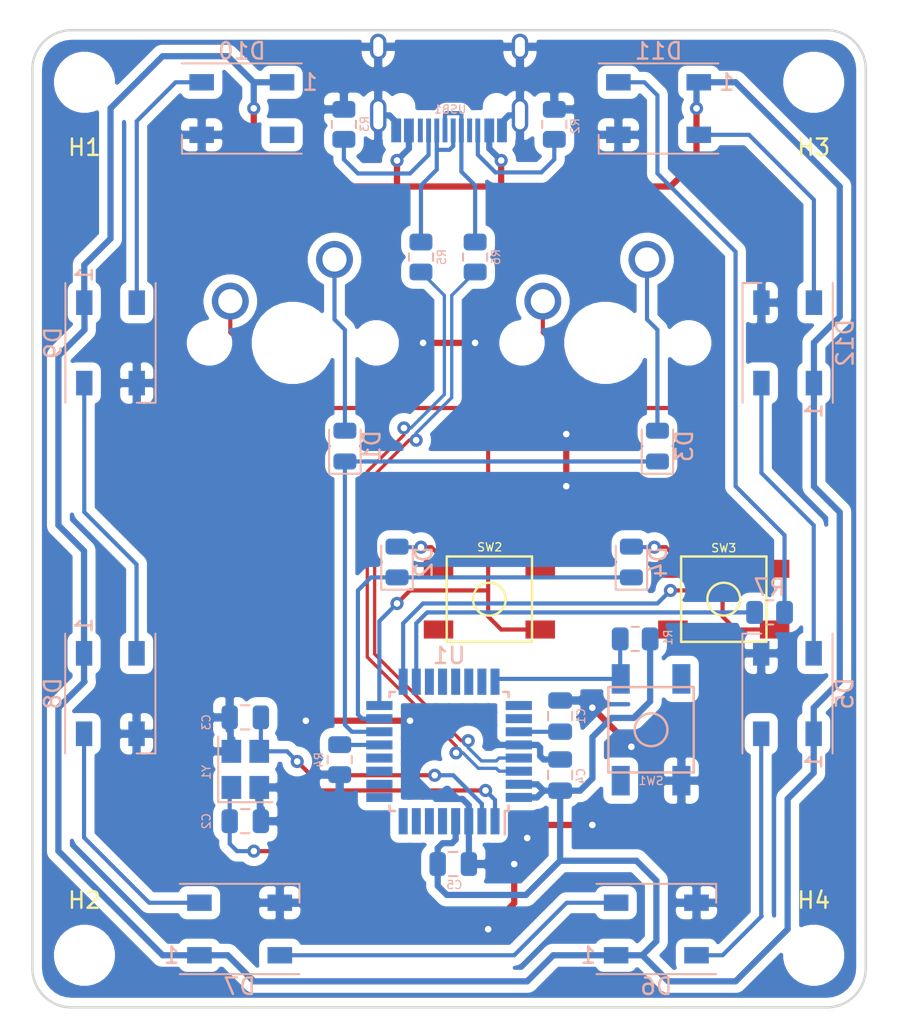
<source format=kicad_pcb>
(kicad_pcb (version 20171130) (host pcbnew "(5.1.10)-1")
  (layers (0 F.Cu signal) (31 B.Cu signal) (34 B.Paste user) (35 F.Paste user) (36 B.SilkS user) (37 F.SilkS user) (38 B.Mask user) (39 F.Mask user) (44 Edge.Cuts user))
  (net 0 "")
  (net 1 UCAP)
  (net 2 GND)
  (net 3 XTAL1)
  (net 4 XTAL2)
  (net 5 +5V)
  (net 6 "Net-(D1-Pad2)")
  (net 7 ROW0)
  (net 8 "Net-(D2-Pad2)")
  (net 9 ROW1)
  (net 10 "Net-(D3-Pad2)")
  (net 11 "Net-(D4-Pad2)")
  (net 12 COL0)
  (net 13 COL1)
  (net 14 RESET)
  (net 15 "Net-(R2-Pad1)")
  (net 16 "Net-(R3-Pad1)")
  (net 17 HWB)
  (net 18 "Net-(R5-Pad2)")
  (net 19 D-)
  (net 20 "Net-(R6-Pad2)")
  (net 21 D+)
  (net 22 "Net-(U1-Pad26)")
  (net 23 "Net-(U1-Pad25)")
  (net 24 "Net-(U1-Pad23)")
  (net 25 "Net-(U1-Pad22)")
  (net 26 "Net-(U1-Pad21)")
  (net 27 "Net-(U1-Pad20)")
  (net 28 "Net-(U1-Pad19)")
  (net 29 "Net-(U1-Pad12)")
  (net 30 "Net-(U1-Pad11)")
  (net 31 "Net-(U1-Pad10)")
  (net 32 "Net-(U1-Pad9)")
  (net 33 "Net-(U1-Pad8)")
  (net 34 "Net-(U1-Pad7)")
  (net 35 "Net-(U1-Pad6)")
  (net 36 "Net-(U1-Pad5)")
  (net 37 "Net-(USB1-Pad3)")
  (net 38 "Net-(USB1-Pad9)")
  (net 39 RGB)
  (net 40 "Net-(D5-Pad2)")
  (net 41 "Net-(D6-Pad2)")
  (net 42 "Net-(D7-Pad2)")
  (net 43 "Net-(D8-Pad2)")
  (net 44 "Net-(D10-Pad4)")
  (net 45 "Net-(D10-Pad2)")
  (net 46 "Net-(D11-Pad2)")
  (net 47 "Net-(D12-Pad2)")
  (net 48 "Net-(D11-Pad4)")
  (module Package_QFP:TQFP-32_7x7mm_P0.8mm (layer B.Cu) (at 90.4875 82.042 90)
    (fp_text reference U1 (at 5.842 0 180) (layer B.SilkS) (effects (justify mirror)))
    (fp_text value ATmega32U2-AU)
    (pad 1 smd rect (at -4.25 2.8 90) (size 1.6 0.55) (layers B.Cu B.Paste B.Mask) (net 3 XTAL1))
    (pad 2 smd rect (at -4.25 2 90) (size 1.6 0.55) (layers B.Cu B.Paste B.Mask) (net 4 XTAL2))
    (pad 3 smd rect (at -4.25 1.2 90) (size 1.6 0.55) (layers B.Cu B.Paste B.Mask) (net 2 GND))
    (pad 4 smd rect (at -4.25 0.4 90) (size 1.6 0.55) (layers B.Cu B.Paste B.Mask) (net 5 +5V))
    (pad 5 smd rect (at -4.25 -0.4 90) (size 1.6 0.55) (layers B.Cu B.Paste B.Mask) (net 36 "Net-(U1-Pad5)"))
    (pad 6 smd rect (at -4.25 -1.2 90) (size 1.6 0.55) (layers B.Cu B.Paste B.Mask) (net 35 "Net-(U1-Pad6)"))
    (pad 7 smd rect (at -4.25 -2 90) (size 1.6 0.55) (layers B.Cu B.Paste B.Mask) (net 34 "Net-(U1-Pad7)"))
    (pad 8 smd rect (at -4.25 -2.8 90) (size 1.6 0.55) (layers B.Cu B.Paste B.Mask) (net 33 "Net-(U1-Pad8)"))
    (pad 9 smd rect (at -2.8 -4.25) (size 1.6 0.55) (layers B.Cu B.Paste B.Mask) (net 32 "Net-(U1-Pad9)"))
    (pad 10 smd rect (at -2 -4.25) (size 1.6 0.55) (layers B.Cu B.Paste B.Mask) (net 31 "Net-(U1-Pad10)"))
    (pad 11 smd rect (at -1.2 -4.25) (size 1.6 0.55) (layers B.Cu B.Paste B.Mask) (net 30 "Net-(U1-Pad11)"))
    (pad 12 smd rect (at -0.4 -4.25) (size 1.6 0.55) (layers B.Cu B.Paste B.Mask) (net 29 "Net-(U1-Pad12)"))
    (pad 13 smd rect (at 0.4 -4.25) (size 1.6 0.55) (layers B.Cu B.Paste B.Mask) (net 17 HWB))
    (pad 14 smd rect (at 1.2 -4.25) (size 1.6 0.55) (layers B.Cu B.Paste B.Mask) (net 7 ROW0))
    (pad 15 smd rect (at 2 -4.25) (size 1.6 0.55) (layers B.Cu B.Paste B.Mask) (net 9 ROW1))
    (pad 16 smd rect (at 2.8 -4.25) (size 1.6 0.55) (layers B.Cu B.Paste B.Mask) (net 12 COL0))
    (pad 17 smd rect (at 4.25 -2.8 90) (size 1.6 0.55) (layers B.Cu B.Paste B.Mask) (net 13 COL1))
    (pad 18 smd rect (at 4.25 -2 90) (size 1.6 0.55) (layers B.Cu B.Paste B.Mask) (net 39 RGB))
    (pad 19 smd rect (at 4.25 -1.2 90) (size 1.6 0.55) (layers B.Cu B.Paste B.Mask) (net 28 "Net-(U1-Pad19)"))
    (pad 20 smd rect (at 4.25 -0.4 90) (size 1.6 0.55) (layers B.Cu B.Paste B.Mask) (net 27 "Net-(U1-Pad20)"))
    (pad 21 smd rect (at 4.25 0.4 90) (size 1.6 0.55) (layers B.Cu B.Paste B.Mask) (net 26 "Net-(U1-Pad21)"))
    (pad 22 smd rect (at 4.25 1.2 90) (size 1.6 0.55) (layers B.Cu B.Paste B.Mask) (net 25 "Net-(U1-Pad22)"))
    (pad 23 smd rect (at 4.25 2 90) (size 1.6 0.55) (layers B.Cu B.Paste B.Mask) (net 24 "Net-(U1-Pad23)"))
    (pad 24 smd rect (at 4.25 2.8 90) (size 1.6 0.55) (layers B.Cu B.Paste B.Mask) (net 14 RESET))
    (pad 25 smd rect (at 2.8 4.25) (size 1.6 0.55) (layers B.Cu B.Paste B.Mask) (net 23 "Net-(U1-Pad25)"))
    (pad 26 smd rect (at 2 4.25) (size 1.6 0.55) (layers B.Cu B.Paste B.Mask) (net 22 "Net-(U1-Pad26)"))
    (pad 27 smd rect (at 1.2 4.25) (size 1.6 0.55) (layers B.Cu B.Paste B.Mask) (net 1 UCAP))
    (pad 28 smd rect (at 0.4 4.25) (size 1.6 0.55) (layers B.Cu B.Paste B.Mask) (net 2 GND))
    (pad 29 smd rect (at -0.4 4.25) (size 1.6 0.55) (layers B.Cu B.Paste B.Mask) (net 21 D+))
    (pad 30 smd rect (at -1.2 4.25) (size 1.6 0.55) (layers B.Cu B.Paste B.Mask) (net 19 D-))
    (pad 31 smd rect (at -2 4.25) (size 1.6 0.55) (layers B.Cu B.Paste B.Mask) (net 5 +5V))
    (pad 32 smd rect (at -2.8 4.25) (size 1.6 0.55) (layers B.Cu B.Paste B.Mask) (net 5 +5V))
  )
  (module MX_Only:MXOnly-1U-NoLED (layer F.Cu) (at 80.9625 57.15)
    (fp_text reference MX1)
    (fp_text value MX-NoLED)
    (pad 2 thru_hole circle (at 2.54 -5.08) (size 2.25 2.25) (drill 1.47) (layers *.Cu B.Mask) (net 6 "Net-(D1-Pad2)"))
    (pad "" np_thru_hole circle (at 0 0) (size 3.9878 3.9878) (drill 3.9878) (layers *.Cu *.Mask))
    (pad 1 thru_hole circle (at -3.81 -2.54) (size 2.25 2.25) (drill 1.47) (layers *.Cu B.Mask) (net 12 COL0))
    (pad "" np_thru_hole circle (at -5.08 0 48.0996) (size 1.75 1.75) (drill 1.75) (layers *.Cu *.Mask))
    (pad "" np_thru_hole circle (at 5.08 0 48.0996) (size 1.75 1.75) (drill 1.75) (layers *.Cu *.Mask))
  )
  (module Crystal:Crystal_SMD_3225-4Pin_3.2x2.5mm (layer B.Cu) (at 78.066 83.13275 90)
    (fp_text reference Y1 (at -0.17925 -2.374 90) (layer B.SilkS) (effects (font (size 0.5 0.5) (thickness 0.08)) (justify mirror)))
    (fp_text value Crystal_GND24_Small)
    (pad 4 smd rect (at -1.1 0.85 90) (size 1.4 1.2) (layers B.Cu B.Paste B.Mask) (net 2 GND))
    (pad 3 smd rect (at 1.1 0.85 90) (size 1.4 1.2) (layers B.Cu B.Paste B.Mask) (net 4 XTAL2))
    (pad 2 smd rect (at 1.1 -0.85 90) (size 1.4 1.2) (layers B.Cu B.Paste B.Mask) (net 2 GND))
    (pad 1 smd rect (at -1.1 -0.85 90) (size 1.4 1.2) (layers B.Cu B.Paste B.Mask) (net 3 XTAL1))
  )
  (module Type-C:HRO-TYPE-C-31-M-12 (layer B.Cu) (at 90.4875 36.5125)
    (fp_text reference USB1 (at 0.0635 6.4135) (layer B.SilkS) (effects (font (size 0.5 0.5) (thickness 0.08)) (justify mirror)))
    (fp_text value HRO-TYPE-C-31-M-12)
    (pad 12 smd rect (at 3.225 7.695) (size 0.6 1.45) (layers B.Cu B.Paste B.Mask) (net 2 GND))
    (pad 1 smd rect (at -3.225 7.695) (size 0.6 1.45) (layers B.Cu B.Paste B.Mask) (net 2 GND))
    (pad 11 smd rect (at 2.45 7.695) (size 0.6 1.45) (layers B.Cu B.Paste B.Mask) (net 5 +5V))
    (pad 2 smd rect (at -2.45 7.695) (size 0.6 1.45) (layers B.Cu B.Paste B.Mask) (net 5 +5V))
    (pad 3 smd rect (at -1.75 7.695) (size 0.3 1.45) (layers B.Cu B.Paste B.Mask) (net 37 "Net-(USB1-Pad3)"))
    (pad 10 smd rect (at 1.75 7.695) (size 0.3 1.45) (layers B.Cu B.Paste B.Mask) (net 15 "Net-(R2-Pad1)"))
    (pad 4 smd rect (at -1.25 7.695) (size 0.3 1.45) (layers B.Cu B.Paste B.Mask) (net 16 "Net-(R3-Pad1)"))
    (pad 9 smd rect (at 1.25 7.695) (size 0.3 1.45) (layers B.Cu B.Paste B.Mask) (net 38 "Net-(USB1-Pad9)"))
    (pad 5 smd rect (at -0.75 7.695) (size 0.3 1.45) (layers B.Cu B.Paste B.Mask) (net 18 "Net-(R5-Pad2)"))
    (pad 8 smd rect (at 0.75 7.695) (size 0.3 1.45) (layers B.Cu B.Paste B.Mask) (net 20 "Net-(R6-Pad2)"))
    (pad 7 smd rect (at 0.25 7.695) (size 0.3 1.45) (layers B.Cu B.Paste B.Mask) (net 18 "Net-(R5-Pad2)"))
    (pad 6 smd rect (at -0.25 7.695) (size 0.3 1.45) (layers B.Cu B.Paste B.Mask) (net 20 "Net-(R6-Pad2)"))
    (pad "" np_thru_hole circle (at 2.89 6.25) (size 0.65 0.65) (drill 0.65) (layers *.Cu *.Mask))
    (pad "" np_thru_hole circle (at -2.89 6.25) (size 0.65 0.65) (drill 0.65) (layers *.Cu *.Mask))
    (pad 13 thru_hole oval (at -4.32 6.78) (size 1 2.1) (drill oval 0.6 1.7) (layers *.Cu F.Mask) (net 2 GND))
    (pad 13 thru_hole oval (at 4.32 6.78) (size 1 2.1) (drill oval 0.6 1.7) (layers *.Cu F.Mask) (net 2 GND))
    (pad 13 thru_hole oval (at -4.32 2.6) (size 1 1.6) (drill oval 0.6 1.2) (layers *.Cu F.Mask) (net 2 GND))
    (pad 13 thru_hole oval (at 4.32 2.6) (size 1 1.6) (drill oval 0.6 1.2) (layers *.Cu F.Mask) (net 2 GND))
  )
  (module Capacitor_SMD:C_0805_2012Metric (layer B.Cu) (at 97.2566 83.4796 90)
    (fp_text reference C4 (at -0.066 1.27 90) (layer B.SilkS) (effects (font (size 0.5 0.5) (thickness 0.08)) (justify mirror)))
    (fp_text value 10u)
    (pad 2 smd roundrect (at 0.95 0 90) (size 1 1.45) (layers B.Cu B.Paste B.Mask) (net 2 GND))
    (pad 1 smd roundrect (at -0.95 0 90) (size 1 1.45) (layers B.Cu B.Paste B.Mask) (net 5 +5V))
  )
  (module random-keyboard-parts:SKQG-1155865 (layer B.Cu) (at 102.798 80.72 90)
    (fp_text reference SW1 (at -3.1115 0 180) (layer B.SilkS) (effects (font (size 0.5 0.5) (thickness 0.08)) (justify mirror)))
    (fp_text value SW_Push)
    (pad 4 smd rect (at -3.1 -1.85 90) (size 1.8 1.1) (layers B.Cu B.Paste B.Mask))
    (pad 3 smd rect (at 3.1 1.85 90) (size 1.8 1.1) (layers B.Cu B.Paste B.Mask))
    (pad 2 smd rect (at -3.1 1.85 90) (size 1.8 1.1) (layers B.Cu B.Paste B.Mask) (net 2 GND))
    (pad 1 smd rect (at 3.1 -1.85 90) (size 1.8 1.1) (layers B.Cu B.Paste B.Mask) (net 14 RESET))
  )
  (module MX_Only:MXOnly-1U-NoLED (layer F.Cu) (at 100.0125 57.15)
    (fp_text reference MX2)
    (fp_text value MX-NoLED)
    (pad 2 thru_hole circle (at 2.54 -5.08) (size 2.25 2.25) (drill 1.47) (layers *.Cu B.Mask) (net 10 "Net-(D3-Pad2)"))
    (pad "" np_thru_hole circle (at 0 0) (size 3.9878 3.9878) (drill 3.9878) (layers *.Cu *.Mask))
    (pad 1 thru_hole circle (at -3.81 -2.54) (size 2.25 2.25) (drill 1.47) (layers *.Cu B.Mask) (net 13 COL1))
    (pad "" np_thru_hole circle (at -5.08 0 48.0996) (size 1.75 1.75) (drill 1.75) (layers *.Cu *.Mask))
    (pad "" np_thru_hole circle (at 5.08 0 48.0996) (size 1.75 1.75) (drill 1.75) (layers *.Cu *.Mask))
  )
  (module MountingHole:MountingHole_2.7mm_M2.5_DIN965 (layer F.Cu) (at 112.7125 94.45625)
    (fp_text reference H4 (at 0 -3.35) (layer F.SilkS))
    (fp_text value MountingHole)
    (pad 1 np_thru_hole circle (at 0 0) (size 2.7 2.7) (drill 2.7) (layers *.Cu *.Mask))
  )
  (module MountingHole:MountingHole_2.7mm_M2.5_DIN965 (layer F.Cu) (at 112.7125 41.275)
    (fp_text reference H3 (at 0 3.96875) (layer F.SilkS))
    (fp_text value MountingHole)
    (pad 1 np_thru_hole circle (at 0 0) (size 2.7 2.7) (drill 2.7) (layers *.Cu *.Mask))
  )
  (module MountingHole:MountingHole_2.7mm_M2.5_DIN965 (layer F.Cu) (at 68.2625 94.45625)
    (fp_text reference H2 (at 0 -3.35) (layer F.SilkS))
    (fp_text value MountingHole)
    (pad 1 np_thru_hole circle (at 0 0) (size 2.7 2.7) (drill 2.7) (layers *.Cu *.Mask))
  )
  (module MountingHole:MountingHole_2.7mm_M2.5_DIN965 (layer F.Cu) (at 68.2625 41.275)
    (fp_text reference H1 (at 0 3.96875) (layer F.SilkS))
    (fp_text value MountingHole)
    (pad 1 np_thru_hole circle (at 0 0) (size 2.7 2.7) (drill 2.7) (layers *.Cu *.Mask))
  )
  (module Diode_SMD:D_0805_2012Metric (layer B.Cu) (at 101.6 70.5 90)
    (fp_text reference D4 (at 0 1.65 90) (layer B.SilkS) (effects (justify mirror)))
    (fp_text value D_Small)
    (pad 2 smd roundrect (at 0.9375 0 90) (size 0.975 1.4) (layers B.Cu B.Paste B.Mask) (net 11 "Net-(D4-Pad2)"))
    (pad 1 smd roundrect (at -0.9375 0 90) (size 0.975 1.4) (layers B.Cu B.Paste B.Mask) (net 9 ROW1))
  )
  (module Diode_SMD:D_0805_2012Metric (layer B.Cu) (at 103.1875 63.4375 90)
    (fp_text reference D3 (at 0 1.65 90) (layer B.SilkS) (effects (justify mirror)))
    (fp_text value D_Small)
    (pad 2 smd roundrect (at 0.9375 0 90) (size 0.975 1.4) (layers B.Cu B.Paste B.Mask) (net 10 "Net-(D3-Pad2)"))
    (pad 1 smd roundrect (at -0.9375 0 90) (size 0.975 1.4) (layers B.Cu B.Paste B.Mask) (net 7 ROW0))
  )
  (module Diode_SMD:D_0805_2012Metric (layer B.Cu) (at 87.3125 70.5 90)
    (fp_text reference D2 (at 0 1.65 90) (layer B.SilkS) (effects (justify mirror)))
    (fp_text value D_Small)
    (pad 2 smd roundrect (at 0.9375 0 90) (size 0.975 1.4) (layers B.Cu B.Paste B.Mask) (net 8 "Net-(D2-Pad2)"))
    (pad 1 smd roundrect (at -0.9375 0 90) (size 0.975 1.4) (layers B.Cu B.Paste B.Mask) (net 9 ROW1))
  )
  (module Diode_SMD:D_0805_2012Metric (layer B.Cu) (at 84.1375 63.4375 90)
    (fp_text reference D1 (at 0 1.65 90) (layer B.SilkS) (effects (justify mirror)))
    (fp_text value D_Small)
    (pad 2 smd roundrect (at 0.9375 0 90) (size 0.975 1.4) (layers B.Cu B.Paste B.Mask) (net 6 "Net-(D1-Pad2)"))
    (pad 1 smd roundrect (at -0.9375 0 90) (size 0.975 1.4) (layers B.Cu B.Paste B.Mask) (net 7 ROW0))
  )
  (module Resistor_SMD:R_0805_2012Metric (layer B.Cu) (at 110.022 73.5711)
    (fp_text reference R7 (at 0 -1.524 180) (layer B.SilkS) (effects (justify mirror)))
    (fp_text value 0k5)
    (pad 1 smd roundrect (at -0.9125 0) (size 1.025 1.4) (layers B.Cu B.Paste B.Mask) (roundrect_rratio 0.2439004878048781) (net 39 RGB))
    (pad 2 smd roundrect (at 0.9125 0) (size 1.025 1.4) (layers B.Cu B.Paste B.Mask) (roundrect_rratio 0.2439004878048781) (net 48 "Net-(D11-Pad4)"))
  )
  (module LED_SMD:LED_WS2812B_PLCC4_5.0x5.0mm_P3.2mm (layer B.Cu) (at 111.125 57.15 90)
    (fp_text reference D12 (at 0 3.5 270) (layer B.SilkS) (effects (justify mirror)))
    (fp_text value WS2812B)
    (fp_text user 1 (at -4.15 1.6 270) (layer B.SilkS) (effects (justify mirror)))
    (pad 1 smd rect (at -2.45 1.6 90) (size 1.5 1) (layers B.Cu B.Paste B.Mask) (net 5 +5V))
    (pad 2 smd rect (at -2.45 -1.6 90) (size 1.5 1) (layers B.Cu B.Paste B.Mask) (net 47 "Net-(D12-Pad2)"))
    (pad 4 smd rect (at 2.45 1.6 90) (size 1.5 1) (layers B.Cu B.Paste B.Mask) (net 46 "Net-(D11-Pad2)"))
    (pad 3 smd rect (at 2.45 -1.6 90) (size 1.5 1) (layers B.Cu B.Paste B.Mask) (net 2 GND))
  )
  (module LED_SMD:LED_WS2812B_PLCC4_5.0x5.0mm_P3.2mm (layer B.Cu) (at 103.25625 42.875 180)
    (fp_text reference D11 (at 0 3.5) (layer B.SilkS) (effects (justify mirror)))
    (fp_text value WS2812B)
    (fp_text user 1 (at -4.15 1.6) (layer B.SilkS) (effects (justify mirror)))
    (pad 1 smd rect (at -2.45 1.6 180) (size 1.5 1) (layers B.Cu B.Paste B.Mask) (net 5 +5V))
    (pad 2 smd rect (at -2.45 -1.6 180) (size 1.5 1) (layers B.Cu B.Paste B.Mask) (net 46 "Net-(D11-Pad2)"))
    (pad 4 smd rect (at 2.45 1.6 180) (size 1.5 1) (layers B.Cu B.Paste B.Mask) (net 48 "Net-(D11-Pad4)"))
    (pad 3 smd rect (at 2.45 -1.6 180) (size 1.5 1) (layers B.Cu B.Paste B.Mask) (net 2 GND))
  )
  (module LED_SMD:LED_WS2812B_PLCC4_5.0x5.0mm_P3.2mm (layer B.Cu) (at 77.85625 42.875 180)
    (fp_text reference D10 (at 0 3.5) (layer B.SilkS) (effects (justify mirror)))
    (fp_text value WS2812B)
    (fp_text user 1 (at -4.15 1.6) (layer B.SilkS) (effects (justify mirror)))
    (pad 1 smd rect (at -2.45 1.6 180) (size 1.5 1) (layers B.Cu B.Paste B.Mask) (net 5 +5V))
    (pad 2 smd rect (at -2.45 -1.6 180) (size 1.5 1) (layers B.Cu B.Paste B.Mask) (net 45 "Net-(D10-Pad2)"))
    (pad 4 smd rect (at 2.45 1.6 180) (size 1.5 1) (layers B.Cu B.Paste B.Mask) (net 44 "Net-(D10-Pad4)"))
    (pad 3 smd rect (at 2.45 -1.6 180) (size 1.5 1) (layers B.Cu B.Paste B.Mask) (net 2 GND))
  )
  (module LED_SMD:LED_WS2812B_PLCC4_5.0x5.0mm_P3.2mm (layer B.Cu) (at 69.85 57.15 270)
    (fp_text reference D9 (at 0 3.5 270) (layer B.SilkS) (effects (justify mirror)))
    (fp_text value WS2812B)
    (fp_text user 1 (at -4.15 1.6 270) (layer B.SilkS) (effects (justify mirror)))
    (pad 1 smd rect (at -2.45 1.6 270) (size 1.5 1) (layers B.Cu B.Paste B.Mask) (net 5 +5V))
    (pad 2 smd rect (at -2.45 -1.6 270) (size 1.5 1) (layers B.Cu B.Paste B.Mask) (net 44 "Net-(D10-Pad4)"))
    (pad 4 smd rect (at 2.45 1.6 270) (size 1.5 1) (layers B.Cu B.Paste B.Mask) (net 43 "Net-(D8-Pad2)"))
    (pad 3 smd rect (at 2.45 -1.6 270) (size 1.5 1) (layers B.Cu B.Paste B.Mask) (net 2 GND))
  )
  (module LED_SMD:LED_WS2812B_PLCC4_5.0x5.0mm_P3.2mm (layer B.Cu) (at 69.8375 78.5125 270)
    (fp_text reference D8 (at 0 3.5 270) (layer B.SilkS) (effects (justify mirror)))
    (fp_text value WS2812B)
    (fp_text user 1 (at -4.15 1.6 270) (layer B.SilkS) (effects (justify mirror)))
    (pad 1 smd rect (at -2.45 1.6 270) (size 1.5 1) (layers B.Cu B.Paste B.Mask) (net 5 +5V))
    (pad 2 smd rect (at -2.45 -1.6 270) (size 1.5 1) (layers B.Cu B.Paste B.Mask) (net 43 "Net-(D8-Pad2)"))
    (pad 4 smd rect (at 2.45 1.6 270) (size 1.5 1) (layers B.Cu B.Paste B.Mask) (net 42 "Net-(D7-Pad2)"))
    (pad 3 smd rect (at 2.45 -1.6 270) (size 1.5 1) (layers B.Cu B.Paste B.Mask) (net 2 GND))
  )
  (module LED_SMD:LED_WS2812B_PLCC4_5.0x5.0mm_P3.2mm (layer B.Cu) (at 77.71875 92.85625)
    (fp_text reference D7 (at 0 3.5) (layer B.SilkS) (effects (justify mirror)))
    (fp_text value WS2812B)
    (fp_text user 1 (at -4.15 1.6) (layer B.SilkS) (effects (justify mirror)))
    (pad 1 smd rect (at -2.45 1.6) (size 1.5 1) (layers B.Cu B.Paste B.Mask) (net 5 +5V))
    (pad 2 smd rect (at -2.45 -1.6) (size 1.5 1) (layers B.Cu B.Paste B.Mask) (net 42 "Net-(D7-Pad2)"))
    (pad 4 smd rect (at 2.45 1.6) (size 1.5 1) (layers B.Cu B.Paste B.Mask) (net 41 "Net-(D6-Pad2)"))
    (pad 3 smd rect (at 2.45 -1.6) (size 1.5 1) (layers B.Cu B.Paste B.Mask) (net 2 GND))
  )
  (module LED_SMD:LED_WS2812B_PLCC4_5.0x5.0mm_P3.2mm (layer B.Cu) (at 103.11875 92.85625)
    (fp_text reference D6 (at 0 3.5) (layer B.SilkS) (effects (justify mirror)))
    (fp_text value WS2812B)
    (fp_text user 1 (at -4.15 1.6) (layer B.SilkS) (effects (justify mirror)))
    (pad 1 smd rect (at -2.45 1.6) (size 1.5 1) (layers B.Cu B.Paste B.Mask) (net 5 +5V))
    (pad 2 smd rect (at -2.45 -1.6) (size 1.5 1) (layers B.Cu B.Paste B.Mask) (net 41 "Net-(D6-Pad2)"))
    (pad 4 smd rect (at 2.45 1.6) (size 1.5 1) (layers B.Cu B.Paste B.Mask) (net 40 "Net-(D5-Pad2)"))
    (pad 3 smd rect (at 2.45 -1.6) (size 1.5 1) (layers B.Cu B.Paste B.Mask) (net 2 GND))
  )
  (module LED_SMD:LED_WS2812B_PLCC4_5.0x5.0mm_P3.2mm (layer B.Cu) (at 111.1125 78.5125 90)
    (fp_text reference D5 (at 0 3.5 270) (layer B.SilkS) (effects (justify mirror)))
    (fp_text value WS2812B)
    (fp_text user 1 (at -4.15 1.6 270) (layer B.SilkS) (effects (justify mirror)))
    (pad 1 smd rect (at -2.45 1.6 90) (size 1.5 1) (layers B.Cu B.Paste B.Mask) (net 5 +5V))
    (pad 2 smd rect (at -2.45 -1.6 90) (size 1.5 1) (layers B.Cu B.Paste B.Mask) (net 40 "Net-(D5-Pad2)"))
    (pad 4 smd rect (at 2.45 1.6 90) (size 1.5 1) (layers B.Cu B.Paste B.Mask) (net 47 "Net-(D12-Pad2)"))
    (pad 3 smd rect (at 2.45 -1.6 90) (size 1.5 1) (layers B.Cu B.Paste B.Mask) (net 2 GND))
  )
  (module Resistor_SMD:R_0805_2012Metric (layer B.Cu) (at 92.075 51.9195 90)
    (fp_text reference R6 (at 0 1.27 270) (layer B.SilkS) (effects (font (size 0.5 0.5) (thickness 0.08)) (justify mirror)))
    (fp_text value 22R)
    (pad 2 smd roundrect (at 0.9125 0 90) (size 1.025 1.4) (layers B.Cu B.Paste B.Mask) (roundrect_rratio 0.2439004878048781) (net 20 "Net-(R6-Pad2)"))
    (pad 1 smd roundrect (at -0.9125 0 90) (size 1.025 1.4) (layers B.Cu B.Paste B.Mask) (roundrect_rratio 0.2439004878048781) (net 21 D+))
  )
  (module Resistor_SMD:R_0805_2012Metric (layer B.Cu) (at 88.773 51.9195 90)
    (fp_text reference R5 (at 0 1.27 270) (layer B.SilkS) (effects (font (size 0.5 0.5) (thickness 0.08)) (justify mirror)))
    (fp_text value 22R)
    (pad 2 smd roundrect (at 0.9125 0 90) (size 1.025 1.4) (layers B.Cu B.Paste B.Mask) (roundrect_rratio 0.2439004878048781) (net 18 "Net-(R5-Pad2)"))
    (pad 1 smd roundrect (at -0.9125 0 90) (size 1.025 1.4) (layers B.Cu B.Paste B.Mask) (roundrect_rratio 0.2439004878048781) (net 19 D-))
  )
  (module Resistor_SMD:R_0805_2012Metric (layer B.Cu) (at 83.82 82.5392 270)
    (fp_text reference R4 (at 0.0235 1.27 90) (layer B.SilkS) (effects (font (size 0.5 0.5) (thickness 0.08)) (justify mirror)))
    (fp_text value 10k)
    (pad 2 smd roundrect (at 0.9125 0 270) (size 1.025 1.4) (layers B.Cu B.Paste B.Mask) (roundrect_rratio 0.2439004878048781) (net 2 GND))
    (pad 1 smd roundrect (at -0.9125 0 270) (size 1.025 1.4) (layers B.Cu B.Paste B.Mask) (roundrect_rratio 0.2439004878048781) (net 17 HWB))
  )
  (module Resistor_SMD:R_0805_2012Metric (layer B.Cu) (at 84.074 43.8385 90)
    (fp_text reference R3 (at 0.0235 1.27 90) (layer B.SilkS) (effects (font (size 0.5 0.5) (thickness 0.08)) (justify mirror)))
    (fp_text value 5k1)
    (pad 2 smd roundrect (at 0.9125 0 90) (size 1.025 1.4) (layers B.Cu B.Paste B.Mask) (roundrect_rratio 0.2439004878048781) (net 2 GND))
    (pad 1 smd roundrect (at -0.9125 0 90) (size 1.025 1.4) (layers B.Cu B.Paste B.Mask) (roundrect_rratio 0.2439004878048781) (net 16 "Net-(R3-Pad1)"))
  )
  (module Resistor_SMD:R_0805_2012Metric (layer B.Cu) (at 96.901 43.8385 90)
    (fp_text reference R2 (at -0.1035 1.27 270) (layer B.SilkS) (effects (font (size 0.5 0.5) (thickness 0.08)) (justify mirror)))
    (fp_text value 5k1)
    (pad 2 smd roundrect (at 0.9125 0 90) (size 1.025 1.4) (layers B.Cu B.Paste B.Mask) (roundrect_rratio 0.2439004878048781) (net 2 GND))
    (pad 1 smd roundrect (at -0.9125 0 90) (size 1.025 1.4) (layers B.Cu B.Paste B.Mask) (roundrect_rratio 0.2439004878048781) (net 15 "Net-(R2-Pad1)"))
  )
  (module Resistor_SMD:R_0805_2012Metric (layer B.Cu) (at 101.8305 75.184)
    (fp_text reference R1 (at 2.00978 -0.08128 -270) (layer B.SilkS) (effects (font (size 0.5 0.5) (thickness 0.08)) (justify mirror)))
    (fp_text value 10k)
    (pad 2 smd roundrect (at 0.9125 0) (size 1.025 1.4) (layers B.Cu B.Paste B.Mask) (roundrect_rratio 0.2439004878048781) (net 5 +5V))
    (pad 1 smd roundrect (at -0.9125 0) (size 1.025 1.4) (layers B.Cu B.Paste B.Mask) (roundrect_rratio 0.2439004878048781) (net 14 RESET))
  )
  (module random-keyboard-parts:SKQG-1155865 (layer F.Cu) (at 107.23125 72.7625 180)
    (fp_text reference SW3 (at 0 3.1115) (layer F.SilkS) (effects (font (size 0.5 0.5) (thickness 0.08))))
    (fp_text value SW_Push)
    (pad 4 smd rect (at -3.1 1.85 180) (size 1.8 1.1) (layers F.Cu F.Paste F.Mask))
    (pad 3 smd rect (at 3.1 -1.85 180) (size 1.8 1.1) (layers F.Cu F.Paste F.Mask))
    (pad 2 smd rect (at -3.1 -1.85 180) (size 1.8 1.1) (layers F.Cu F.Paste F.Mask) (net 13 COL1))
    (pad 1 smd rect (at 3.1 1.85 180) (size 1.8 1.1) (layers F.Cu F.Paste F.Mask) (net 11 "Net-(D4-Pad2)"))
  )
  (module random-keyboard-parts:SKQG-1155865 (layer F.Cu) (at 92.94375 72.7625 180)
    (fp_text reference SW2 (at -0.02025 3.1665) (layer F.SilkS) (effects (font (size 0.5 0.5) (thickness 0.08))))
    (fp_text value SW_Push)
    (pad 4 smd rect (at -3.1 1.85 180) (size 1.8 1.1) (layers F.Cu F.Paste F.Mask))
    (pad 3 smd rect (at 3.1 -1.85 180) (size 1.8 1.1) (layers F.Cu F.Paste F.Mask))
    (pad 2 smd rect (at -3.1 -1.85 180) (size 1.8 1.1) (layers F.Cu F.Paste F.Mask) (net 12 COL0))
    (pad 1 smd rect (at 3.1 1.85 180) (size 1.8 1.1) (layers F.Cu F.Paste F.Mask) (net 8 "Net-(D2-Pad2)"))
  )
  (module Capacitor_SMD:C_0805_2012Metric (layer B.Cu) (at 90.744 88.9)
    (fp_text reference C5 (at 0.066 1.27) (layer B.SilkS) (effects (font (size 0.5 0.5) (thickness 0.08)) (justify mirror)))
    (fp_text value 0.1u)
    (pad 2 smd roundrect (at 0.95 0) (size 1 1.45) (layers B.Cu B.Paste B.Mask) (net 2 GND))
    (pad 1 smd roundrect (at -0.95 0) (size 1 1.45) (layers B.Cu B.Paste B.Mask) (net 5 +5V))
  )
  (module Capacitor_SMD:C_0805_2012Metric (layer B.Cu) (at 78.0644 79.96555 180)
    (fp_text reference C3 (at 2.3724 -0.29845 90) (layer B.SilkS) (effects (font (size 0.5 0.5) (thickness 0.08)) (justify mirror)))
    (fp_text value 22p)
    (pad 2 smd roundrect (at 0.95 0 180) (size 1 1.45) (layers B.Cu B.Paste B.Mask) (net 2 GND))
    (pad 1 smd roundrect (at -0.95 0 180) (size 1 1.45) (layers B.Cu B.Paste B.Mask) (net 4 XTAL2))
  )
  (module Capacitor_SMD:C_0805_2012Metric (layer B.Cu) (at 78.0644 86.29015)
    (fp_text reference C2 (at -2.3724 0 270) (layer B.SilkS) (effects (font (size 0.5 0.5) (thickness 0.08)) (justify mirror)))
    (fp_text value 22p)
    (pad 2 smd roundrect (at 0.95 0) (size 1 1.45) (layers B.Cu B.Paste B.Mask) (net 2 GND))
    (pad 1 smd roundrect (at -0.95 0) (size 1 1.45) (layers B.Cu B.Paste B.Mask) (net 3 XTAL1))
  )
  (module Capacitor_SMD:C_0805_2012Metric (layer B.Cu) (at 97.2566 79.8855 270)
    (fp_text reference C1 (at 0.0025 -1.27 270) (layer B.SilkS) (effects (font (size 0.5 0.5) (thickness 0.08)) (justify mirror)))
    (fp_text value 1u)
    (pad 2 smd roundrect (at 0.95 0 270) (size 1 1.45) (layers B.Cu B.Paste B.Mask) (net 1 UCAP))
    (pad 1 smd roundrect (at -0.95 0 270) (size 1 1.45) (layers B.Cu B.Paste B.Mask) (net 2 GND))
  )
  (gr_line (start 115.8875 95.25) (end 115.8875 40.48125) (layer Edge.Cuts) (width 0.15))
  (gr_line (start 65.0875 40.48125) (end 65.0875 95.25) (layer Edge.Cuts) (width 0.15))
  (gr_line (start 113.50625 97.63125) (end 67.46875 97.63125) (layer Edge.Cuts) (width 0.15))
  (gr_arc (start 113.50625 95.25) (end 113.50625 97.63125) (angle -90) (layer Edge.Cuts) (width 0.15))
  (gr_arc (start 67.46875 95.25) (end 65.0875 95.25) (angle -90) (layer Edge.Cuts) (width 0.15))
  (gr_line (start 113.50625 38.1) (end 67.46875 38.1) (layer Edge.Cuts) (width 0.15))
  (gr_arc (start 67.46875 40.48125) (end 67.46875 38.1) (angle -90) (layer Edge.Cuts) (width 0.15))
  (gr_arc (start 113.50625 40.48125) (end 115.8875 40.48125) (angle -90) (layer Edge.Cuts) (width 0.15))
  (segment (start 97.2501 80.842) (end 97.2566 80.8355) (width 0.254) (layer B.Cu) (net 1))
  (segment (start 94.7375 80.842) (end 97.2501 80.842) (width 0.254) (layer B.Cu) (net 1))
  (segment (start 97.2566 82.5296) (end 96.2456 82.5296) (width 0.381) (layer B.Cu) (net 2))
  (segment (start 96.2456 82.5296) (end 96.0374 82.3214) (width 0.381) (layer B.Cu) (net 2))
  (segment (start 96.0374 82.3214) (end 96.0374 81.8007) (width 0.381) (layer B.Cu) (net 2))
  (segment (start 95.8787 81.642) (end 94.7375 81.642) (width 0.381) (layer B.Cu) (net 2))
  (segment (start 96.0374 81.8007) (end 95.8787 81.642) (width 0.381) (layer B.Cu) (net 2))
  (segment (start 91.694 86.2985) (end 91.6875 86.292) (width 0.381) (layer B.Cu) (net 2))
  (segment (start 91.694 88.9) (end 91.694 86.2985) (width 0.381) (layer B.Cu) (net 2))
  (via (at 99.21875 79.375) (size 0.8) (drill 0.4) (layers F.Cu B.Cu) (net 2))
  (segment (start 98.77925 78.9355) (end 99.21875 79.375) (width 0.381) (layer B.Cu) (net 2))
  (segment (start 97.2566 78.9355) (end 98.77925 78.9355) (width 0.381) (layer B.Cu) (net 2))
  (via (at 95.25 87.3125) (size 0.8) (drill 0.4) (layers F.Cu B.Cu) (net 2))
  (via (at 99.21875 86.51875) (size 0.8) (drill 0.4) (layers F.Cu B.Cu) (net 2))
  (segment (start 96.04375 86.51875) (end 99.21875 86.51875) (width 0.381) (layer F.Cu) (net 2))
  (segment (start 95.25 87.3125) (end 96.04375 86.51875) (width 0.381) (layer F.Cu) (net 2))
  (segment (start 88.10625 80.16875) (end 81.75625 80.16875) (width 0.381) (layer F.Cu) (net 2))
  (via (at 88.10625 80.16875) (size 0.8) (drill 0.4) (layers F.Cu B.Cu) (net 2))
  (via (at 81.75625 80.16875) (size 0.8) (drill 0.4) (layers F.Cu B.Cu) (net 2))
  (segment (start 91.6875 85.314098) (end 91.304652 84.93125) (width 0.381) (layer B.Cu) (net 2))
  (segment (start 91.6875 86.292) (end 91.6875 85.314098) (width 0.381) (layer B.Cu) (net 2))
  (segment (start 91.304652 84.93125) (end 89.69375 84.93125) (width 0.381) (layer B.Cu) (net 2))
  (segment (start 88.10625 83.34375) (end 88.10625 80.16875) (width 0.381) (layer B.Cu) (net 2))
  (segment (start 89.69375 84.93125) (end 88.10625 83.34375) (width 0.381) (layer B.Cu) (net 2))
  (segment (start 93.5565 81.642) (end 92.86875 80.95425) (width 0.381) (layer B.Cu) (net 2))
  (segment (start 94.7375 81.642) (end 93.5565 81.642) (width 0.381) (layer B.Cu) (net 2))
  (segment (start 92.86875 80.95425) (end 92.8605 80.95425) (width 0.381) (layer B.Cu) (net 2))
  (segment (start 92.075 80.16875) (end 88.10625 80.16875) (width 0.381) (layer B.Cu) (net 2))
  (segment (start 92.8605 80.95425) (end 92.075 80.16875) (width 0.381) (layer B.Cu) (net 2))
  (via (at 101.6 81.75625) (size 0.8) (drill 0.4) (layers F.Cu B.Cu) (net 2))
  (segment (start 99.21875 79.375) (end 101.6 81.75625) (width 0.381) (layer F.Cu) (net 2))
  (segment (start 86.1675 43.2925) (end 86.1675 43.305) (width 0.381) (layer F.Cu) (net 2))
  (segment (start 86.1675 43.2925) (end 86.8535 43.2925) (width 0.381) (layer B.Cu) (net 2))
  (segment (start 87.2625 43.7015) (end 87.2625 44.2075) (width 0.381) (layer B.Cu) (net 2))
  (segment (start 86.8535 43.2925) (end 87.2625 43.7015) (width 0.381) (layer B.Cu) (net 2))
  (segment (start 94.8075 43.2925) (end 94.1215 43.2925) (width 0.381) (layer B.Cu) (net 2))
  (segment (start 93.7125 43.7015) (end 93.7125 44.2075) (width 0.381) (layer B.Cu) (net 2))
  (segment (start 94.1215 43.2925) (end 93.7125 43.7015) (width 0.381) (layer B.Cu) (net 2))
  (via (at 92.86875 92.86875) (size 0.8) (drill 0.4) (layers F.Cu B.Cu) (net 2))
  (via (at 94.45625 88.9) (size 0.8) (drill 0.4) (layers F.Cu B.Cu) (net 2))
  (segment (start 92.86875 92.86875) (end 94.45625 91.28125) (width 0.381) (layer F.Cu) (net 2))
  (segment (start 94.45625 91.28125) (end 94.45625 88.9) (width 0.381) (layer F.Cu) (net 2))
  (via (at 97.63125 62.70625) (size 0.8) (drill 0.4) (layers F.Cu B.Cu) (net 2))
  (via (at 97.63125 65.88125) (size 0.8) (drill 0.4) (layers F.Cu B.Cu) (net 2))
  (segment (start 97.63125 62.70625) (end 97.63125 65.88125) (width 0.381) (layer F.Cu) (net 2))
  (via (at 92.075 57.15) (size 0.8) (drill 0.4) (layers F.Cu B.Cu) (net 2))
  (via (at 88.9 57.15) (size 0.8) (drill 0.4) (layers F.Cu B.Cu) (net 2))
  (segment (start 92.075 57.15) (end 88.9 57.15) (width 0.381) (layer F.Cu) (net 2))
  (segment (start 77.1144 84.33435) (end 77.216 84.23275) (width 0.254) (layer B.Cu) (net 3))
  (segment (start 77.1144 86.29015) (end 77.1144 84.33435) (width 0.254) (layer B.Cu) (net 3))
  (via (at 92.71 84.4169) (size 0.8) (drill 0.4) (layers F.Cu B.Cu) (net 3))
  (segment (start 93.2875 84.9944) (end 92.71 84.4169) (width 0.254) (layer B.Cu) (net 3))
  (segment (start 93.2875 86.292) (end 93.2875 84.9944) (width 0.254) (layer B.Cu) (net 3))
  (segment (start 92.71 84.4169) (end 81.8769 84.4169) (width 0.254) (layer F.Cu) (net 3))
  (segment (start 81.8769 84.4169) (end 80.772 85.5218) (width 0.254) (layer F.Cu) (net 3))
  (segment (start 80.772 85.5218) (end 80.772 87.2871) (width 0.254) (layer F.Cu) (net 3))
  (via (at 78.5876 88.1126) (size 0.8) (drill 0.4) (layers F.Cu B.Cu) (net 3))
  (segment (start 79.9465 88.1126) (end 78.5876 88.1126) (width 0.254) (layer F.Cu) (net 3))
  (segment (start 80.772 87.2871) (end 79.9465 88.1126) (width 0.254) (layer F.Cu) (net 3))
  (segment (start 78.5876 88.1126) (end 77.5589 88.1126) (width 0.254) (layer B.Cu) (net 3))
  (segment (start 77.1144 87.6681) (end 77.1144 86.29015) (width 0.254) (layer B.Cu) (net 3))
  (segment (start 77.5589 88.1126) (end 77.1144 87.6681) (width 0.254) (layer B.Cu) (net 3))
  (segment (start 79.0144 81.93435) (end 78.916 82.03275) (width 0.254) (layer B.Cu) (net 4))
  (segment (start 79.0144 79.96555) (end 79.0144 81.93435) (width 0.254) (layer B.Cu) (net 4))
  (via (at 89.6112 83.4898) (size 0.8) (drill 0.4) (layers F.Cu B.Cu) (net 4))
  (segment (start 90.7393 83.4898) (end 89.6112 83.4898) (width 0.254) (layer B.Cu) (net 4))
  (segment (start 92.4875 85.238) (end 90.7393 83.4898) (width 0.254) (layer B.Cu) (net 4))
  (segment (start 92.4875 86.292) (end 92.4875 85.238) (width 0.254) (layer B.Cu) (net 4))
  (via (at 81.2292 82.6516) (size 0.8) (drill 0.4) (layers F.Cu B.Cu) (net 4))
  (segment (start 82.0674 83.4898) (end 81.2292 82.6516) (width 0.254) (layer F.Cu) (net 4))
  (segment (start 89.6112 83.4898) (end 82.0674 83.4898) (width 0.254) (layer F.Cu) (net 4))
  (segment (start 80.61035 82.03275) (end 78.916 82.03275) (width 0.254) (layer B.Cu) (net 4))
  (segment (start 81.2292 82.6516) (end 80.61035 82.03275) (width 0.254) (layer B.Cu) (net 4))
  (segment (start 97.2566 84.4296) (end 96.2533 84.4296) (width 0.381) (layer B.Cu) (net 5))
  (segment (start 95.8657 84.042) (end 94.7375 84.042) (width 0.381) (layer B.Cu) (net 5))
  (segment (start 96.2533 84.4296) (end 95.8657 84.042) (width 0.381) (layer B.Cu) (net 5))
  (segment (start 95.8409 84.842) (end 96.2533 84.4296) (width 0.381) (layer B.Cu) (net 5))
  (segment (start 94.7375 84.842) (end 95.8409 84.842) (width 0.381) (layer B.Cu) (net 5))
  (segment (start 89.794 88.9) (end 89.794 87.9298) (width 0.381) (layer B.Cu) (net 5))
  (segment (start 89.794 87.9298) (end 90.0938 87.63) (width 0.381) (layer B.Cu) (net 5))
  (segment (start 90.0938 87.63) (end 90.6653 87.63) (width 0.381) (layer B.Cu) (net 5))
  (segment (start 90.8875 87.4078) (end 90.8875 86.292) (width 0.381) (layer B.Cu) (net 5))
  (segment (start 90.6653 87.63) (end 90.8875 87.4078) (width 0.381) (layer B.Cu) (net 5))
  (segment (start 97.2566 84.4296) (end 97.2566 88.6968) (width 0.381) (layer B.Cu) (net 5))
  (segment (start 97.2566 88.6968) (end 95.1738 90.7796) (width 0.381) (layer B.Cu) (net 5))
  (segment (start 95.1738 90.7796) (end 90.3478 90.7796) (width 0.381) (layer B.Cu) (net 5))
  (segment (start 89.794 90.2258) (end 89.794 88.9) (width 0.381) (layer B.Cu) (net 5))
  (segment (start 90.3478 90.7796) (end 89.794 90.2258) (width 0.381) (layer B.Cu) (net 5))
  (segment (start 97.2566 84.4296) (end 98.4758 84.4296) (width 0.381) (layer B.Cu) (net 5))
  (segment (start 98.4758 84.4296) (end 99.2251 83.6803) (width 0.381) (layer B.Cu) (net 5))
  (segment (start 99.2251 83.6803) (end 99.2251 81.1657) (width 0.381) (layer B.Cu) (net 5))
  (segment (start 99.2251 81.1657) (end 100.3935 79.9973) (width 0.381) (layer B.Cu) (net 5))
  (segment (start 100.3935 79.9973) (end 101.7397 79.9973) (width 0.381) (layer B.Cu) (net 5))
  (segment (start 102.743 78.994) (end 102.743 75.184) (width 0.381) (layer B.Cu) (net 5))
  (segment (start 101.7397 79.9973) (end 102.743 78.994) (width 0.381) (layer B.Cu) (net 5))
  (via (at 93.6625 46.0375) (size 0.8) (drill 0.4) (layers F.Cu B.Cu) (net 5))
  (segment (start 92.9375 45.3125) (end 93.6625 46.0375) (width 0.381) (layer B.Cu) (net 5))
  (segment (start 92.9375 44.2075) (end 92.9375 45.3125) (width 0.381) (layer B.Cu) (net 5))
  (via (at 87.3125 46.0375) (size 0.8) (drill 0.4) (layers F.Cu B.Cu) (net 5))
  (segment (start 88.0375 45.3125) (end 87.3125 46.0375) (width 0.381) (layer B.Cu) (net 5))
  (segment (start 88.0375 44.2075) (end 88.0375 45.3125) (width 0.381) (layer B.Cu) (net 5))
  (segment (start 105.70625 41.275) (end 107.95 41.275) (width 0.381) (layer B.Cu) (net 5))
  (segment (start 107.95 41.275) (end 114.3 47.625) (width 0.381) (layer B.Cu) (net 5))
  (segment (start 114.3 47.625) (end 114.3 55.5625) (width 0.381) (layer B.Cu) (net 5))
  (segment (start 112.725 57.1375) (end 112.725 59.6) (width 0.381) (layer B.Cu) (net 5))
  (segment (start 114.3 55.5625) (end 112.725 57.1375) (width 0.381) (layer B.Cu) (net 5))
  (segment (start 78.58125 41.275) (end 80.30625 41.275) (width 0.381) (layer B.Cu) (net 5))
  (segment (start 76.99375 39.6875) (end 78.58125 41.275) (width 0.381) (layer B.Cu) (net 5))
  (segment (start 73.025 39.6875) (end 76.99375 39.6875) (width 0.381) (layer B.Cu) (net 5))
  (segment (start 69.85 42.8625) (end 73.025 39.6875) (width 0.381) (layer B.Cu) (net 5))
  (segment (start 69.85 50.8) (end 69.85 42.8625) (width 0.381) (layer B.Cu) (net 5))
  (segment (start 68.25 52.4) (end 69.85 50.8) (width 0.381) (layer B.Cu) (net 5))
  (segment (start 68.25 54.7) (end 68.25 52.4) (width 0.381) (layer B.Cu) (net 5))
  (segment (start 68.2375 77.7625) (end 68.2375 76.0625) (width 0.381) (layer B.Cu) (net 5))
  (segment (start 68.2625 77.7875) (end 68.2375 77.7625) (width 0.381) (layer B.Cu) (net 5))
  (segment (start 66.675 79.375) (end 68.2625 77.7875) (width 0.381) (layer B.Cu) (net 5))
  (segment (start 66.675 88.10625) (end 66.675 79.375) (width 0.381) (layer B.Cu) (net 5))
  (segment (start 73.025 94.45625) (end 66.675 88.10625) (width 0.381) (layer B.Cu) (net 5))
  (segment (start 75.26875 94.45625) (end 73.025 94.45625) (width 0.381) (layer B.Cu) (net 5))
  (segment (start 114.3 77.7875) (end 112.7125 79.375) (width 0.381) (layer B.Cu) (net 5))
  (segment (start 114.3 67.46875) (end 114.3 77.7875) (width 0.381) (layer B.Cu) (net 5))
  (segment (start 112.725 65.89375) (end 114.3 67.46875) (width 0.381) (layer B.Cu) (net 5))
  (segment (start 112.725 59.6) (end 112.725 65.89375) (width 0.381) (layer B.Cu) (net 5))
  (segment (start 112.7125 79.375) (end 112.7125 80.9625) (width 0.381) (layer B.Cu) (net 5))
  (segment (start 100.66875 94.45625) (end 102.26675 94.45625) (width 0.381) (layer B.Cu) (net 5))
  (segment (start 102.26675 94.45625) (end 103.124 93.599) (width 0.381) (layer B.Cu) (net 5))
  (segment (start 103.124 93.599) (end 103.124 89.916) (width 0.381) (layer B.Cu) (net 5))
  (segment (start 103.124 89.916) (end 101.9048 88.6968) (width 0.381) (layer B.Cu) (net 5))
  (segment (start 101.9048 88.6968) (end 97.2566 88.6968) (width 0.381) (layer B.Cu) (net 5))
  (segment (start 100.66875 94.45625) (end 96.8375 94.45625) (width 0.381) (layer B.Cu) (net 5))
  (segment (start 96.8375 94.45625) (end 95.25 96.04375) (width 0.381) (layer B.Cu) (net 5))
  (segment (start 95.25 96.04375) (end 78.58125 96.04375) (width 0.381) (layer B.Cu) (net 5))
  (segment (start 76.99375 94.45625) (end 75.26875 94.45625) (width 0.381) (layer B.Cu) (net 5))
  (segment (start 78.58125 96.04375) (end 76.99375 94.45625) (width 0.381) (layer B.Cu) (net 5))
  (segment (start 103.85425 96.04375) (end 102.26675 94.45625) (width 0.381) (layer B.Cu) (net 5))
  (segment (start 107.95 96.04375) (end 103.85425 96.04375) (width 0.381) (layer B.Cu) (net 5))
  (segment (start 111.125 92.86875) (end 107.95 96.04375) (width 0.381) (layer B.Cu) (net 5))
  (segment (start 111.125 84.93125) (end 111.125 92.86875) (width 0.381) (layer B.Cu) (net 5))
  (segment (start 112.7125 83.34375) (end 111.125 84.93125) (width 0.381) (layer B.Cu) (net 5))
  (segment (start 112.7125 80.9625) (end 112.7125 83.34375) (width 0.381) (layer B.Cu) (net 5))
  (via (at 78.58125 42.8625) (size 0.8) (drill 0.4) (layers F.Cu B.Cu) (net 5))
  (segment (start 78.58125 41.275) (end 78.58125 42.8625) (width 0.381) (layer B.Cu) (net 5))
  (segment (start 78.58125 42.8625) (end 78.58125 45.24375) (width 0.381) (layer F.Cu) (net 5))
  (segment (start 78.58125 45.24375) (end 80.9625 47.625) (width 0.381) (layer F.Cu) (net 5))
  (segment (start 80.9625 47.625) (end 87.3125 47.625) (width 0.381) (layer F.Cu) (net 5))
  (segment (start 87.3125 47.625) (end 87.3125 46.0375) (width 0.381) (layer F.Cu) (net 5))
  (segment (start 93.6625 46.0375) (end 93.6625 47.625) (width 0.381) (layer F.Cu) (net 5))
  (segment (start 93.6625 47.625) (end 87.3125 47.625) (width 0.381) (layer F.Cu) (net 5))
  (segment (start 93.6625 47.625) (end 103.98125 47.625) (width 0.381) (layer F.Cu) (net 5))
  (via (at 105.56875 42.8625) (size 0.8) (drill 0.4) (layers F.Cu B.Cu) (net 5))
  (segment (start 105.56875 46.0375) (end 105.56875 42.8625) (width 0.381) (layer F.Cu) (net 5))
  (segment (start 103.98125 47.625) (end 105.56875 46.0375) (width 0.381) (layer F.Cu) (net 5))
  (segment (start 105.56875 41.4125) (end 105.70625 41.275) (width 0.381) (layer B.Cu) (net 5))
  (segment (start 105.56875 42.8625) (end 105.56875 41.4125) (width 0.381) (layer B.Cu) (net 5))
  (segment (start 68.2375 69.825) (end 66.675 68.2625) (width 0.381) (layer B.Cu) (net 5))
  (segment (start 68.2375 76.0625) (end 68.2375 69.825) (width 0.381) (layer B.Cu) (net 5))
  (segment (start 66.675 68.2625) (end 66.675 57.94375) (width 0.381) (layer B.Cu) (net 5))
  (segment (start 66.675 57.94375) (end 68.2625 56.35625) (width 0.381) (layer B.Cu) (net 5))
  (segment (start 68.2625 54.7125) (end 68.25 54.7) (width 0.381) (layer B.Cu) (net 5))
  (segment (start 68.2625 56.35625) (end 68.2625 54.7125) (width 0.381) (layer B.Cu) (net 5))
  (segment (start 83.5025 52.07) (end 83.5025 55.72125) (width 0.254) (layer B.Cu) (net 6))
  (segment (start 83.5025 55.72125) (end 84.1375 56.35625) (width 0.254) (layer B.Cu) (net 6))
  (segment (start 84.1375 56.35625) (end 84.1375 62.5) (width 0.254) (layer B.Cu) (net 6))
  (segment (start 103.1875 64.375) (end 84.1375 64.375) (width 0.254) (layer B.Cu) (net 7))
  (segment (start 84.563818 80.842) (end 84.1375 80.415682) (width 0.254) (layer B.Cu) (net 7))
  (segment (start 86.2375 80.842) (end 84.563818 80.842) (width 0.254) (layer B.Cu) (net 7))
  (segment (start 84.1375 80.415682) (end 84.1375 64.375) (width 0.254) (layer B.Cu) (net 7))
  (segment (start 89.84375 70.9125) (end 89.84375 70.03175) (width 0.254) (layer F.Cu) (net 8))
  (via (at 88.773 69.596) (size 0.8) (drill 0.4) (layers F.Cu B.Cu) (net 8))
  (segment (start 89.408 69.596) (end 88.773 69.596) (width 0.254) (layer F.Cu) (net 8))
  (segment (start 89.84375 70.03175) (end 89.408 69.596) (width 0.254) (layer F.Cu) (net 8))
  (segment (start 87.346 69.596) (end 87.3125 69.5625) (width 0.254) (layer B.Cu) (net 8))
  (segment (start 88.773 69.596) (end 87.346 69.596) (width 0.254) (layer B.Cu) (net 8))
  (segment (start 101.6 71.4375) (end 87.3125 71.4375) (width 0.254) (layer B.Cu) (net 9))
  (segment (start 85.1835 80.042) (end 84.93125 79.78975) (width 0.254) (layer B.Cu) (net 9))
  (segment (start 86.2375 80.042) (end 85.1835 80.042) (width 0.254) (layer B.Cu) (net 9))
  (segment (start 84.93125 79.78975) (end 84.93125 72.23125) (width 0.254) (layer B.Cu) (net 9))
  (segment (start 84.93125 72.23125) (end 85.725 71.4375) (width 0.254) (layer B.Cu) (net 9))
  (segment (start 85.725 71.4375) (end 87.3125 71.4375) (width 0.254) (layer B.Cu) (net 9))
  (segment (start 102.5525 52.07) (end 102.5525 55.72125) (width 0.254) (layer B.Cu) (net 10))
  (segment (start 102.5525 55.72125) (end 103.1875 56.35625) (width 0.254) (layer B.Cu) (net 10))
  (segment (start 103.1875 56.35625) (end 103.1875 62.5) (width 0.254) (layer B.Cu) (net 10))
  (segment (start 104.13125 70.9125) (end 104.13125 70.03175) (width 0.254) (layer F.Cu) (net 11))
  (via (at 102.997 69.596) (size 0.8) (drill 0.4) (layers F.Cu B.Cu) (net 11))
  (segment (start 103.6955 69.596) (end 102.997 69.596) (width 0.254) (layer F.Cu) (net 11))
  (segment (start 104.13125 70.03175) (end 103.6955 69.596) (width 0.254) (layer F.Cu) (net 11))
  (segment (start 101.6335 69.596) (end 101.6 69.5625) (width 0.254) (layer B.Cu) (net 11))
  (segment (start 102.997 69.596) (end 101.6335 69.596) (width 0.254) (layer B.Cu) (net 11))
  (segment (start 96.04375 74.6125) (end 93.6625 74.6125) (width 0.254) (layer F.Cu) (net 12))
  (segment (start 93.6625 74.6125) (end 92.86875 73.81875) (width 0.254) (layer F.Cu) (net 12))
  (segment (start 92.86875 61.9125) (end 92.075 61.11875) (width 0.254) (layer F.Cu) (net 12))
  (segment (start 92.075 61.11875) (end 78.58125 61.11875) (width 0.254) (layer F.Cu) (net 12))
  (segment (start 77.1525 54.61) (end 77.1525 56.515) (width 0.254) (layer F.Cu) (net 12))
  (segment (start 77.1525 56.515) (end 77.7875 57.15) (width 0.254) (layer F.Cu) (net 12))
  (segment (start 77.7875 57.15) (end 77.7875 60.325) (width 0.254) (layer F.Cu) (net 12))
  (segment (start 77.7875 60.325) (end 78.58125 61.11875) (width 0.254) (layer F.Cu) (net 12))
  (via (at 87.3125 73.025) (size 0.8) (drill 0.4) (layers F.Cu B.Cu) (net 12))
  (segment (start 86.2375 74.1) (end 87.3125 73.025) (width 0.254) (layer B.Cu) (net 12))
  (segment (start 86.2375 79.242) (end 86.2375 74.1) (width 0.254) (layer B.Cu) (net 12))
  (segment (start 88.10625 72.23125) (end 92.86875 72.23125) (width 0.254) (layer F.Cu) (net 12))
  (segment (start 87.3125 73.025) (end 88.10625 72.23125) (width 0.254) (layer F.Cu) (net 12))
  (segment (start 92.86875 72.23125) (end 92.86875 61.9125) (width 0.254) (layer F.Cu) (net 12))
  (segment (start 92.86875 73.81875) (end 92.86875 72.23125) (width 0.254) (layer F.Cu) (net 12))
  (segment (start 97.63125 61.11875) (end 96.8375 60.325) (width 0.254) (layer F.Cu) (net 13))
  (segment (start 106.3625 61.11875) (end 97.63125 61.11875) (width 0.254) (layer F.Cu) (net 13))
  (segment (start 107.15625 61.9125) (end 106.3625 61.11875) (width 0.254) (layer F.Cu) (net 13))
  (segment (start 107.95 74.6125) (end 107.15625 73.81875) (width 0.254) (layer F.Cu) (net 13))
  (segment (start 110.33125 74.6125) (end 107.95 74.6125) (width 0.254) (layer F.Cu) (net 13))
  (segment (start 96.2025 54.61) (end 96.2025 56.515) (width 0.254) (layer F.Cu) (net 13))
  (segment (start 96.8375 57.15) (end 96.8375 60.325) (width 0.254) (layer F.Cu) (net 13))
  (segment (start 96.2025 56.515) (end 96.8375 57.15) (width 0.254) (layer F.Cu) (net 13))
  (segment (start 107.15625 73.81875) (end 107.15625 73.025) (width 0.254) (layer F.Cu) (net 13))
  (segment (start 107.15625 73.025) (end 107.15625 61.9125) (width 0.254) (layer F.Cu) (net 13))
  (segment (start 87.6875 74.2375) (end 87.6875 77.792) (width 0.254) (layer B.Cu) (net 13))
  (segment (start 88.9 73.025) (end 87.6875 74.2375) (width 0.254) (layer B.Cu) (net 13))
  (segment (start 94.45625 73.025) (end 88.9 73.025) (width 0.254) (layer B.Cu) (net 13))
  (via (at 103.98125 72.23125) (size 0.8) (drill 0.4) (layers F.Cu B.Cu) (net 13))
  (segment (start 103.1875 73.025) (end 103.98125 72.23125) (width 0.254) (layer B.Cu) (net 13))
  (segment (start 94.45625 73.025) (end 103.1875 73.025) (width 0.254) (layer B.Cu) (net 13))
  (segment (start 103.98125 72.23125) (end 107.15625 72.23125) (width 0.254) (layer F.Cu) (net 13))
  (segment (start 93.4595 77.62) (end 93.2875 77.792) (width 0.254) (layer B.Cu) (net 14))
  (segment (start 100.948 77.62) (end 93.4595 77.62) (width 0.254) (layer B.Cu) (net 14))
  (segment (start 100.918 77.59) (end 100.948 77.62) (width 0.254) (layer B.Cu) (net 14))
  (segment (start 100.918 75.184) (end 100.918 77.59) (width 0.254) (layer B.Cu) (net 14))
  (segment (start 96.901 44.751) (end 96.901 45.974) (width 0.254) (layer B.Cu) (net 15))
  (segment (start 92.2375 45.688462) (end 92.2375 44.2075) (width 0.254) (layer B.Cu) (net 15))
  (segment (start 93.313539 46.764501) (end 92.2375 45.688462) (width 0.254) (layer B.Cu) (net 15))
  (segment (start 96.110499 46.764501) (end 93.313539 46.764501) (width 0.254) (layer B.Cu) (net 15))
  (segment (start 96.901 45.974) (end 96.110499 46.764501) (width 0.254) (layer B.Cu) (net 15))
  (segment (start 84.074 44.751) (end 84.074 45.974) (width 0.254) (layer B.Cu) (net 16))
  (segment (start 84.074 45.974) (end 84.93125 46.83125) (width 0.254) (layer B.Cu) (net 16))
  (segment (start 84.93125 46.83125) (end 88.10625 46.83125) (width 0.254) (layer B.Cu) (net 16))
  (segment (start 89.2375 45.7) (end 89.2375 44.2075) (width 0.254) (layer B.Cu) (net 16))
  (segment (start 88.10625 46.83125) (end 89.2375 45.7) (width 0.254) (layer B.Cu) (net 16))
  (segment (start 83.8353 81.642) (end 83.82 81.6267) (width 0.254) (layer B.Cu) (net 17))
  (segment (start 86.2375 81.642) (end 83.8353 81.642) (width 0.254) (layer B.Cu) (net 17))
  (segment (start 88.773 51.007) (end 88.773 47.5615) (width 0.254) (layer B.Cu) (net 18))
  (segment (start 88.773 47.5615) (end 89.7375 46.597) (width 0.254) (layer B.Cu) (net 18))
  (segment (start 90.518102 45.3905) (end 89.7375 45.3905) (width 0.254) (layer B.Cu) (net 18))
  (segment (start 90.7375 45.171102) (end 90.518102 45.3905) (width 0.254) (layer B.Cu) (net 18))
  (segment (start 90.7375 44.2075) (end 90.7375 45.171102) (width 0.254) (layer B.Cu) (net 18))
  (segment (start 89.7375 45.3905) (end 89.7375 44.2075) (width 0.254) (layer B.Cu) (net 18))
  (segment (start 89.7375 46.597) (end 89.7375 45.3905) (width 0.254) (layer B.Cu) (net 18))
  (segment (start 91.334283 82.127482) (end 90.910018 82.127482) (width 0.2) (layer B.Cu) (net 19))
  (segment (start 93.362499 83.067) (end 92.273801 83.067) (width 0.2) (layer B.Cu) (net 19))
  (segment (start 94.7375 83.242) (end 93.537499 83.242) (width 0.2) (layer B.Cu) (net 19))
  (segment (start 93.537499 83.242) (end 93.362499 83.067) (width 0.2) (layer B.Cu) (net 19))
  (segment (start 92.273801 83.067) (end 91.334283 82.127482) (width 0.2) (layer B.Cu) (net 19))
  (via (at 90.910018 82.127482) (size 0.8) (drill 0.4) (layers F.Cu B.Cu) (net 19))
  (segment (start 90.910018 81.703217) (end 85.5 76.293199) (width 0.2) (layer F.Cu) (net 19))
  (segment (start 90.910018 82.127482) (end 90.910018 81.703217) (width 0.2) (layer F.Cu) (net 19))
  (segment (start 87.735018 62.759283) (end 87.735018 62.335018) (width 0.2) (layer F.Cu) (net 19))
  (segment (start 85.5 64.994301) (end 87.735018 62.759283) (width 0.2) (layer F.Cu) (net 19))
  (segment (start 85.5 76.293199) (end 85.5 64.994301) (width 0.2) (layer F.Cu) (net 19))
  (via (at 87.735018 62.335018) (size 0.8) (drill 0.4) (layers F.Cu B.Cu) (net 19))
  (segment (start 88.159283 62.335018) (end 87.735018 62.335018) (width 0.2) (layer B.Cu) (net 19))
  (segment (start 90.199 60.295301) (end 88.159283 62.335018) (width 0.2) (layer B.Cu) (net 19))
  (segment (start 90.199 54.258) (end 90.199 60.295301) (width 0.2) (layer B.Cu) (net 19))
  (segment (start 88.773 52.832) (end 90.199 54.258) (width 0.2) (layer B.Cu) (net 19))
  (segment (start 92.075 51.007) (end 92.075 47.5615) (width 0.254) (layer B.Cu) (net 20))
  (segment (start 91.2375 46.724) (end 91.2375 44.2075) (width 0.254) (layer B.Cu) (net 20))
  (segment (start 92.075 47.5615) (end 91.2375 46.724) (width 0.254) (layer B.Cu) (net 20))
  (segment (start 90.2375 43.243898) (end 90.2375 44.2075) (width 0.254) (layer B.Cu) (net 20))
  (segment (start 91.164499 43.155499) (end 90.325899 43.155499) (width 0.254) (layer B.Cu) (net 20))
  (segment (start 91.2375 43.2285) (end 91.164499 43.155499) (width 0.254) (layer B.Cu) (net 20))
  (segment (start 90.325899 43.155499) (end 90.2375 43.243898) (width 0.254) (layer B.Cu) (net 20))
  (segment (start 91.2375 44.2075) (end 91.2375 43.2285) (width 0.254) (layer B.Cu) (net 20))
  (segment (start 91.652482 81.809283) (end 91.652482 81.385018) (width 0.2) (layer B.Cu) (net 21))
  (segment (start 92.460199 82.617) (end 91.652482 81.809283) (width 0.2) (layer B.Cu) (net 21))
  (segment (start 93.362499 82.617) (end 92.460199 82.617) (width 0.2) (layer B.Cu) (net 21))
  (segment (start 93.537499 82.442) (end 93.362499 82.617) (width 0.2) (layer B.Cu) (net 21))
  (segment (start 94.7375 82.442) (end 93.537499 82.442) (width 0.2) (layer B.Cu) (net 21))
  (via (at 91.652482 81.385018) (size 0.8) (drill 0.4) (layers F.Cu B.Cu) (net 21))
  (segment (start 91.228217 81.385018) (end 85.95 76.106801) (width 0.2) (layer F.Cu) (net 21))
  (segment (start 91.652482 81.385018) (end 91.228217 81.385018) (width 0.2) (layer F.Cu) (net 21))
  (segment (start 88.053217 63.077482) (end 88.477482 63.077482) (width 0.2) (layer F.Cu) (net 21))
  (segment (start 85.95 65.180699) (end 88.053217 63.077482) (width 0.2) (layer F.Cu) (net 21))
  (segment (start 85.95 76.106801) (end 85.95 65.180699) (width 0.2) (layer F.Cu) (net 21))
  (via (at 88.477482 63.077482) (size 0.8) (drill 0.4) (layers F.Cu B.Cu) (net 21))
  (segment (start 90.649 60.481699) (end 88.477482 62.653217) (width 0.2) (layer B.Cu) (net 21))
  (segment (start 88.477482 62.653217) (end 88.477482 63.077482) (width 0.2) (layer B.Cu) (net 21))
  (segment (start 90.649 54.258) (end 90.649 60.481699) (width 0.2) (layer B.Cu) (net 21))
  (segment (start 92.075 52.832) (end 90.649 54.258) (width 0.2) (layer B.Cu) (net 21))
  (segment (start 89.14765 73.5711) (end 109.1095 73.5711) (width 0.254) (layer B.Cu) (net 39))
  (segment (start 88.4875 74.23125) (end 89.14765 73.5711) (width 0.254) (layer B.Cu) (net 39))
  (segment (start 88.4875 77.792) (end 88.4875 74.23125) (width 0.254) (layer B.Cu) (net 39))
  (segment (start 105.56875 94.45625) (end 107.15625 94.45625) (width 0.254) (layer B.Cu) (net 40))
  (segment (start 107.15625 94.45625) (end 109.5375 92.075) (width 0.254) (layer B.Cu) (net 40))
  (segment (start 109.5125 92.05) (end 109.5125 80.9625) (width 0.254) (layer B.Cu) (net 40))
  (segment (start 109.5375 92.075) (end 109.5125 92.05) (width 0.254) (layer B.Cu) (net 40))
  (segment (start 100.66875 91.25625) (end 97.65625 91.25625) (width 0.254) (layer B.Cu) (net 41))
  (segment (start 94.45625 94.45625) (end 80.16875 94.45625) (width 0.254) (layer B.Cu) (net 41))
  (segment (start 97.65625 91.25625) (end 94.45625 94.45625) (width 0.254) (layer B.Cu) (net 41))
  (segment (start 75.26875 91.25625) (end 72.20625 91.25625) (width 0.254) (layer B.Cu) (net 42))
  (segment (start 68.2375 87.2875) (end 68.2375 80.9625) (width 0.254) (layer B.Cu) (net 42))
  (segment (start 72.20625 91.25625) (end 68.2375 87.2875) (width 0.254) (layer B.Cu) (net 42))
  (segment (start 71.4375 76.0625) (end 71.4375 70.64375) (width 0.254) (layer B.Cu) (net 43))
  (segment (start 68.25 67.45625) (end 68.25 59.6) (width 0.254) (layer B.Cu) (net 43))
  (segment (start 71.4375 70.64375) (end 68.25 67.45625) (width 0.254) (layer B.Cu) (net 43))
  (segment (start 75.40625 41.275) (end 73.81875 41.275) (width 0.254) (layer B.Cu) (net 44))
  (segment (start 73.81875 41.275) (end 71.4375 43.65625) (width 0.254) (layer B.Cu) (net 44))
  (segment (start 71.45 43.66875) (end 71.45 54.7) (width 0.254) (layer B.Cu) (net 44))
  (segment (start 71.4375 43.65625) (end 71.45 43.66875) (width 0.254) (layer B.Cu) (net 44))
  (segment (start 112.725 54.7) (end 112.725 48.43125) (width 0.254) (layer B.Cu) (net 46))
  (segment (start 108.76875 44.475) (end 105.70625 44.475) (width 0.254) (layer B.Cu) (net 46))
  (segment (start 112.725 48.43125) (end 108.76875 44.475) (width 0.254) (layer B.Cu) (net 46))
  (segment (start 109.525 59.6) (end 109.525 65.075) (width 0.254) (layer B.Cu) (net 47))
  (segment (start 112.7125 68.2625) (end 112.7125 76.0625) (width 0.254) (layer B.Cu) (net 47))
  (segment (start 109.525 65.075) (end 112.7125 68.2625) (width 0.254) (layer B.Cu) (net 47))
  (segment (start 110.9345 73.5711) (end 110.9345 68.86575) (width 0.254) (layer B.Cu) (net 48))
  (segment (start 110.9345 68.86575) (end 107.95 65.88125) (width 0.254) (layer B.Cu) (net 48))
  (segment (start 107.95 65.88125) (end 107.95 51.59375) (width 0.254) (layer B.Cu) (net 48))
  (segment (start 107.95 51.59375) (end 103.1875 46.83125) (width 0.254) (layer B.Cu) (net 48))
  (segment (start 103.1875 46.83125) (end 103.1875 42.06875) (width 0.254) (layer B.Cu) (net 48))
  (segment (start 102.39375 41.275) (end 100.80625 41.275) (width 0.254) (layer B.Cu) (net 48))
  (segment (start 103.1875 42.06875) (end 102.39375 41.275) (width 0.254) (layer B.Cu) (net 48))
  (zone (net 2) (net_name GND) (layer B.Cu) (connect_pads (clearance 0.508)) (min_thickness 0.254) (fill yes (arc_segments 32) (thermal_gap 0.508) (thermal_bridge_width 0.508))
    (polygon (pts (xy 115.8875 97.63125) (xy 65.0875 97.63125) (xy 65.0875 38.1) (xy 115.8875 38.1)))
  )
)
</source>
